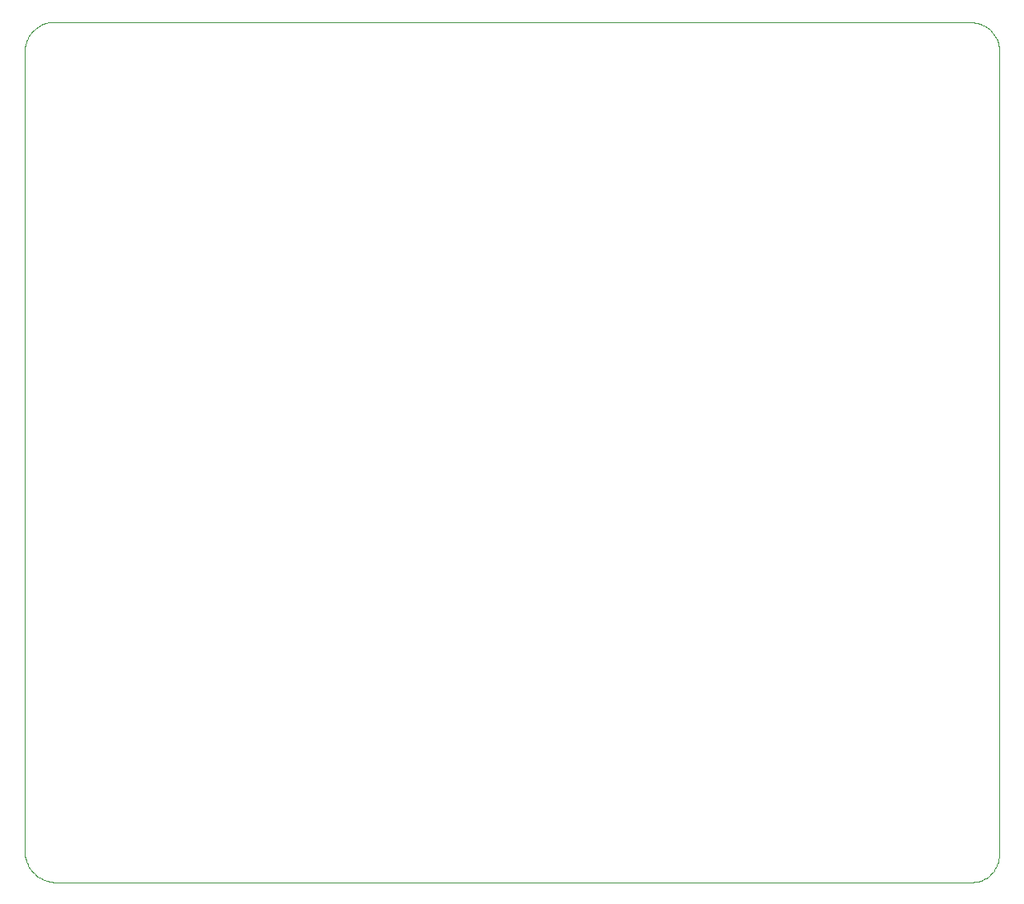
<source format=gm1>
G04 #@! TF.GenerationSoftware,KiCad,Pcbnew,(6.0.9-0)*
G04 #@! TF.CreationDate,2022-12-14T14:32:44+09:00*
G04 #@! TF.ProjectId,palette1202-PM,70616c65-7474-4653-9132-30322d504d2e,rev?*
G04 #@! TF.SameCoordinates,Original*
G04 #@! TF.FileFunction,Profile,NP*
%FSLAX46Y46*%
G04 Gerber Fmt 4.6, Leading zero omitted, Abs format (unit mm)*
G04 Created by KiCad (PCBNEW (6.0.9-0)) date 2022-12-14 14:32:44*
%MOMM*%
%LPD*%
G01*
G04 APERTURE LIST*
G04 #@! TA.AperFunction,Profile*
%ADD10C,0.050000*%
G04 #@! TD*
%ADD11C,0.050000*%
G04 APERTURE END LIST*
D10*
X89000000Y-35902269D02*
X183054716Y-35945629D01*
X186000000Y-38944240D02*
X186000000Y-121210692D01*
X86000000Y-121210692D02*
X86000000Y-38944240D01*
D11*
X89000000Y-35902269D02*
X88849076Y-35906176D01*
X88699971Y-35917778D01*
X88552871Y-35936892D01*
X88407963Y-35963338D01*
X88265434Y-35996934D01*
X88125471Y-36037499D01*
X87988261Y-36084852D01*
X87853992Y-36138811D01*
X87722850Y-36199194D01*
X87595022Y-36265822D01*
X87470696Y-36338511D01*
X87350058Y-36417082D01*
X87233296Y-36501352D01*
X87120597Y-36591140D01*
X87012148Y-36686265D01*
X86908136Y-36786546D01*
X86808747Y-36891801D01*
X86714169Y-37001849D01*
X86624590Y-37116508D01*
X86540196Y-37235598D01*
X86461174Y-37358937D01*
X86387711Y-37486344D01*
X86319994Y-37617637D01*
X86258211Y-37752635D01*
X86202549Y-37891156D01*
X86153194Y-38033020D01*
X86110334Y-38178045D01*
X86074155Y-38326050D01*
X86044845Y-38476853D01*
X86022591Y-38630273D01*
X86007580Y-38786129D01*
X86000000Y-38944240D01*
X186000000Y-38944240D02*
X186000938Y-38789758D01*
X185993888Y-38637324D01*
X185979048Y-38487125D01*
X185956617Y-38339348D01*
X185926794Y-38194182D01*
X185889778Y-38051812D01*
X185845768Y-37912426D01*
X185794964Y-37776212D01*
X185737564Y-37643358D01*
X185673768Y-37514049D01*
X185603773Y-37388474D01*
X185527780Y-37266821D01*
X185445988Y-37149275D01*
X185358595Y-37036025D01*
X185265800Y-36927258D01*
X185167803Y-36823162D01*
X185064803Y-36723922D01*
X184956997Y-36629728D01*
X184844587Y-36540766D01*
X184727770Y-36457224D01*
X184606746Y-36379289D01*
X184481713Y-36307147D01*
X184352871Y-36240988D01*
X184220419Y-36180997D01*
X184084556Y-36127362D01*
X183945480Y-36080271D01*
X183803391Y-36039911D01*
X183658488Y-36006469D01*
X183510970Y-35980132D01*
X183361036Y-35961088D01*
X183208885Y-35949525D01*
X183054716Y-35945629D01*
D10*
X89145183Y-124209303D02*
X183150000Y-124209303D01*
D11*
X86000000Y-121210692D02*
X86017222Y-121365173D01*
X86041299Y-121517607D01*
X86072067Y-121667806D01*
X86109365Y-121815583D01*
X86153030Y-121960749D01*
X86202899Y-122103119D01*
X86258810Y-122242505D01*
X86320601Y-122378719D01*
X86388110Y-122511573D01*
X86461173Y-122640882D01*
X86539629Y-122766457D01*
X86623314Y-122888110D01*
X86712067Y-123005656D01*
X86805725Y-123118906D01*
X86904126Y-123227673D01*
X87007108Y-123331770D01*
X87114507Y-123431009D01*
X87226161Y-123525203D01*
X87341908Y-123614165D01*
X87461586Y-123697707D01*
X87585032Y-123775642D01*
X87712084Y-123847784D01*
X87842579Y-123913943D01*
X87976355Y-123973934D01*
X88113250Y-124027569D01*
X88253100Y-124074660D01*
X88395744Y-124115020D01*
X88541019Y-124148462D01*
X88688763Y-124174799D01*
X88838813Y-124193843D01*
X88991007Y-124205406D01*
X89145183Y-124209303D01*
X183146336Y-124209303D02*
X183300413Y-124205525D01*
X183451669Y-124194302D01*
X183599967Y-124175799D01*
X183745171Y-124150179D01*
X183887143Y-124117606D01*
X184025747Y-124078246D01*
X184160846Y-124032262D01*
X184292305Y-123979819D01*
X184419986Y-123921081D01*
X184543754Y-123856213D01*
X184663470Y-123785378D01*
X184779000Y-123708741D01*
X184890205Y-123626467D01*
X184996951Y-123538720D01*
X185099100Y-123445663D01*
X185196515Y-123347463D01*
X185289060Y-123244281D01*
X185376599Y-123136285D01*
X185458995Y-123023636D01*
X185536112Y-122906501D01*
X185607812Y-122785042D01*
X185673960Y-122659425D01*
X185734418Y-122529814D01*
X185789051Y-122396373D01*
X185837721Y-122259267D01*
X185880293Y-122118659D01*
X185916629Y-121974715D01*
X185946593Y-121827598D01*
X185970049Y-121677472D01*
X185986860Y-121524504D01*
X185996889Y-121368855D01*
X186000000Y-121210692D01*
M02*

</source>
